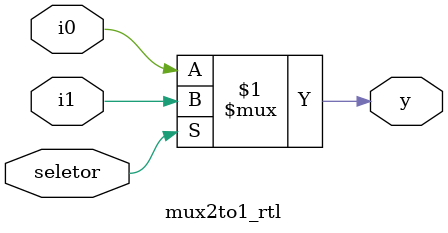
<source format=v>
module mux2to1_rtl (
    input i0,                                   // entrada 0
    input i1,                                   // entrada 1
    input seletor,                              // "chave seletora"
    output y
);

    assign y = ( seletor ) ? i1 : i0;

endmodule
</source>
